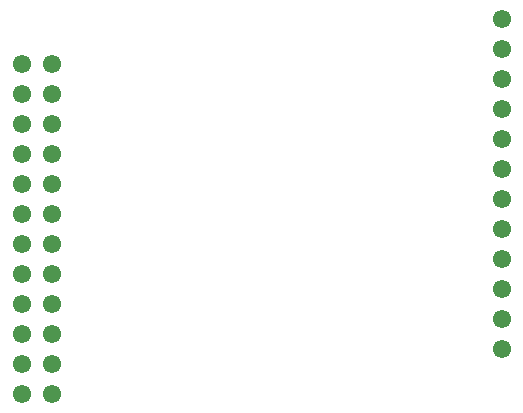
<source format=gbr>
G04 EAGLE Gerber RS-274X export*
G75*
%MOMM*%
%FSLAX34Y34*%
%LPD*%
%INSoldermask Bottom*%
%IPPOS*%
%AMOC8*
5,1,8,0,0,1.08239X$1,22.5*%
G01*
%ADD10C,1.553200*%


D10*
X25400Y457200D03*
X50800Y457200D03*
X25400Y431800D03*
X50800Y431800D03*
X25400Y406400D03*
X50800Y406400D03*
X25400Y381000D03*
X50800Y381000D03*
X25400Y355600D03*
X50800Y355600D03*
X25400Y330200D03*
X50800Y330200D03*
X25400Y304800D03*
X50800Y304800D03*
X25400Y279400D03*
X50800Y279400D03*
X25400Y254000D03*
X50800Y254000D03*
X25400Y228600D03*
X50800Y228600D03*
X25400Y203200D03*
X50800Y203200D03*
X25400Y177800D03*
X50800Y177800D03*
X431800Y495300D03*
X431800Y469900D03*
X431800Y444500D03*
X431800Y419100D03*
X431800Y393700D03*
X431800Y368300D03*
X431800Y342900D03*
X431800Y317500D03*
X431800Y292100D03*
X431800Y266700D03*
X431800Y241300D03*
X431800Y215900D03*
M02*

</source>
